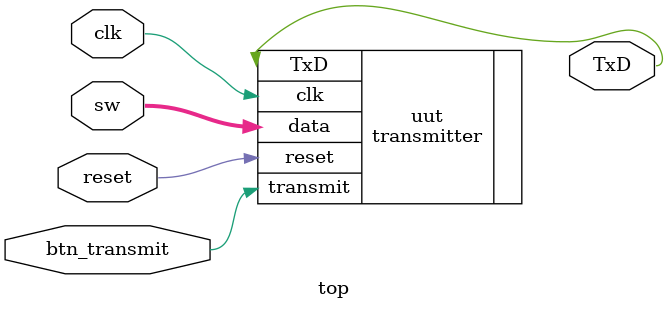
<source format=v>
`timescale 1ns / 1ps


module top(
    input clk, // Input clock from the board
    input reset, // Reset signal from the board
    input btn_transmit, // Button signal to trigger the UART communication
    input [7:0] sw, // 8-bit data from switches
    output TxD // UART Transmitter serial output
    );
/*
assign TxD_debug = TxD;
assign transmit_debug = transmit;
assign button_debug = btn1;
assign clk_debug = clk;
*/

//transmit_debouncing D2 (.clk(clk), .btn1(btn_transmit), .transmit(transmit));

// Instantiate the transmitter module
transmitter uut (
    .clk(clk),
    .reset(reset),
    .transmit(btn_transmit),
    .data(sw),
    .TxD(TxD)
);

/*
// Monitor internal signals
initial begin
    $monitor("Time=%0d clk=%b reset=%b btn_transmit=%b sw=%h TxD=%b state=%d nextstate=%d bitcounter=%d rightshiftreg=%b",
             $time, clk, reset, btn_transmit, sw, TxD, uut.state, uut.nextstate, uut.bitcounter, uut.rightshiftreg);
end
*/
endmodule

</source>
